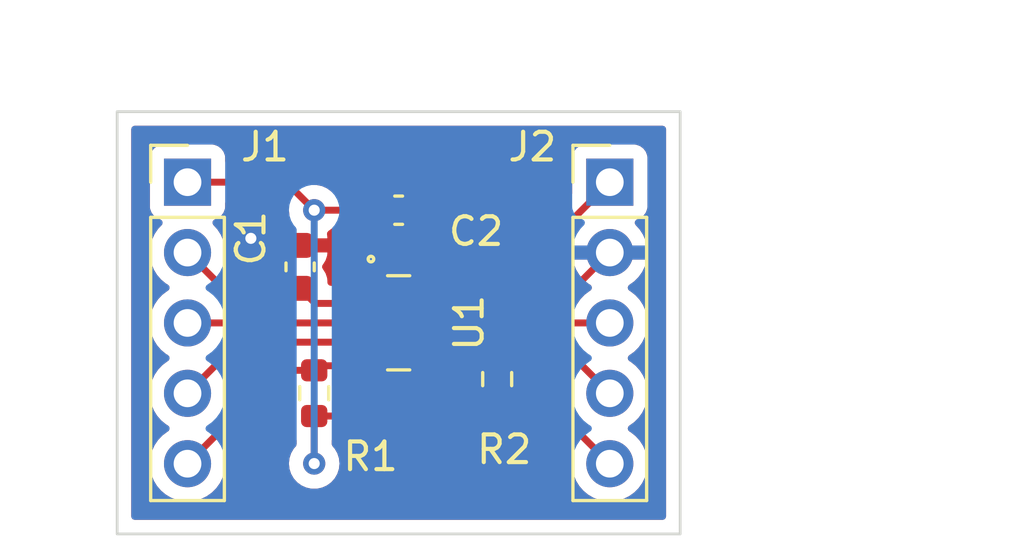
<source format=kicad_pcb>
(kicad_pcb (version 20211014) (generator pcbnew)
  (title_block (title "RX8901AB Breakout Board") (date "2022-10-29") (rev "1"))
  (layers (0 "F.Cu" signal) (31 "B.Cu" signal) (34 "B.Paste" user) (35 "F.Paste" user) (36 "B.SilkS" user "B.Silkscreen") (37 "F.SilkS" user "F.Silkscreen") (38 "B.Mask" user) (39 "F.Mask" user) (44 "Edge.Cuts" user))
  (net 0 "")
  (net 1 "GND")
  (net 2 "Net-(C1-Pad2)")
  (net 3 "+3.3V")
  (net 4 "Net-(J1-Pad3)")
  (net 5 "Net-(J1-Pad4)")
  (net 6 "Net-(J1-Pad5)")
  (net 7 "Net-(J2-Pad1)")
  (net 8 "Net-(J2-Pad3)")
  (net 9 "Net-(J2-Pad4)")
  (net 10 "Net-(J2-Pad5)")
  (footprint "Capacitor_SMD:C_0603_1608Metric" (layer "F.Cu") (at 144.78 89.916 180)
    (fp_text reference "C2" (at -2.794 -0.762) (layer "F.SilkS"))
    (fp_text value "0.1uF")
    (fp_line (start -0.14058 0.51) (end 0.14058 0.51) (layer "F.SilkS") (width 0.12))
    (fp_line (start -0.14058 -0.51) (end 0.14058 -0.51) (layer "F.SilkS") (width 0.12))
    (pad "1" smd roundrect (at -0.775 0 180) (size 0.9 0.95) (layers "F.Cu" "F.Paste" "F.Mask") (net 1 "GND"))
    (pad "2" smd roundrect (at 0.775 0 180) (size 0.9 0.95) (layers "F.Cu" "F.Paste" "F.Mask") (net 3 "+3.3V"))
  )
  (footprint "Resistor_SMD:R_0603_1608Metric" (layer "F.Cu") (at 141.732 96.52 -90)
    (fp_text reference "R1" (at 2.286 -2.032) (layer "F.SilkS"))
    (fp_text value "4K7")
    (fp_line (start -0.237258 -0.5225) (end 0.237258 -0.5225) (layer "F.SilkS") (width 0.12))
    (fp_line (start -0.237258 0.5225) (end 0.237258 0.5225) (layer "F.SilkS") (width 0.12))
    (pad "1" smd roundrect (at -0.825 0 270) (size 0.8 0.95) (layers "F.Cu" "F.Paste" "F.Mask") (net 6 "Net-(J1-Pad5)"))
    (pad "2" smd roundrect (at 0.825 0 270) (size 0.8 0.95) (layers "F.Cu" "F.Paste" "F.Mask") (net 3 "+3.3V"))
  )
  (footprint "Connector_PinHeader_2.54mm:PinHeader_1x05_P2.54mm_Vertical" (layer "F.Cu") (at 137.16 88.905)
    (fp_text reference "J1" (at 2.794 -1.275) (layer "F.SilkS"))
    (fp_text value "Conn_01x05_Male")
    (fp_line (start -1.33 0) (end -1.33 -1.33) (layer "F.SilkS") (width 0.12))
    (fp_line (start -1.33 1.27) (end 1.33 1.27) (layer "F.SilkS") (width 0.12))
    (fp_line (start -1.33 1.27) (end -1.33 11.49) (layer "F.SilkS") (width 0.12))
    (fp_line (start -1.33 -1.33) (end 0 -1.33) (layer "F.SilkS") (width 0.12))
    (fp_line (start 1.33 1.27) (end 1.33 11.49) (layer "F.SilkS") (width 0.12))
    (fp_line (start -1.33 11.49) (end 1.33 11.49) (layer "F.SilkS") (width 0.12))
    (pad "1" thru_hole rect (at 0 0) (size 1.7 1.7) (drill 1) (layers *.Cu *.Mask) (net 3 "+3.3V"))
    (pad "2" thru_hole oval (at 0 2.54) (size 1.7 1.7) (drill 1) (layers *.Cu *.Mask) (net 2 "Net-(C1-Pad2)"))
    (pad "3" thru_hole oval (at 0 5.08) (size 1.7 1.7) (drill 1) (layers *.Cu *.Mask) (net 4 "Net-(J1-Pad3)"))
    (pad "4" thru_hole oval (at 0 7.62) (size 1.7 1.7) (drill 1) (layers *.Cu *.Mask) (net 5 "Net-(J1-Pad4)"))
    (pad "5" thru_hole oval (at 0 10.16) (size 1.7 1.7) (drill 1) (layers *.Cu *.Mask) (net 6 "Net-(J1-Pad5)"))
  )
  (footprint "Capacitor_SMD:C_0603_1608Metric" (layer "F.Cu") (at 141.224 91.961 -90)
    (fp_text reference "C1" (at -1.029 1.778 90) (layer "F.SilkS"))
    (fp_text value "1uF")
    (fp_line (start -0.14058 -0.51) (end 0.14058 -0.51) (layer "F.SilkS") (width 0.12))
    (fp_line (start -0.14058 0.51) (end 0.14058 0.51) (layer "F.SilkS") (width 0.12))
    (pad "1" smd roundrect (at -0.775 0 270) (size 0.9 0.95) (layers "F.Cu" "F.Paste" "F.Mask") (net 1 "GND"))
    (pad "2" smd roundrect (at 0.775 0 270) (size 0.9 0.95) (layers "F.Cu" "F.Paste" "F.Mask") (net 2 "Net-(C1-Pad2)"))
  )
  (footprint "Connector_PinHeader_2.54mm:PinHeader_1x05_P2.54mm_Vertical" (layer "F.Cu") (at 152.4 88.905)
    (fp_text reference "J2" (at -2.794 -1.275) (layer "F.SilkS"))
    (fp_text value "Conn_01x05_Male")
    (fp_line (start -1.33 -1.33) (end 0 -1.33) (layer "F.SilkS") (width 0.12))
    (fp_line (start -1.33 11.49) (end 1.33 11.49) (layer "F.SilkS") (width 0.12))
    (fp_line (start -1.33 1.27) (end 1.33 1.27) (layer "F.SilkS") (width 0.12))
    (fp_line (start -1.33 0) (end -1.33 -1.33) (layer "F.SilkS") (width 0.12))
    (fp_line (start -1.33 1.27) (end -1.33 11.49) (layer "F.SilkS") (width 0.12))
    (fp_line (start 1.33 1.27) (end 1.33 11.49) (layer "F.SilkS") (width 0.12))
    (pad "1" thru_hole rect (at 0 0) (size 1.7 1.7) (drill 1) (layers *.Cu *.Mask) (net 7 "Net-(J2-Pad1)"))
    (pad "2" thru_hole oval (at 0 2.54) (size 1.7 1.7) (drill 1) (layers *.Cu *.Mask) (net 1 "GND"))
    (pad "3" thru_hole oval (at 0 5.08) (size 1.7 1.7) (drill 1) (layers *.Cu *.Mask) (net 8 "Net-(J2-Pad3)"))
    (pad "4" thru_hole oval (at 0 7.62) (size 1.7 1.7) (drill 1) (layers *.Cu *.Mask) (net 9 "Net-(J2-Pad4)"))
    (pad "5" thru_hole oval (at 0 10.16) (size 1.7 1.7) (drill 1) (layers *.Cu *.Mask) (net 10 "Net-(J2-Pad5)"))
  )
  (footprint "Resistor_SMD:R_0603_1608Metric" (layer "F.Cu") (at 148.336 96.012 -90)
    (fp_text reference "R2" (at 2.54 -0.254) (layer "F.SilkS"))
    (fp_text value "4K7")
    (fp_line (start -0.237258 0.5225) (end 0.237258 0.5225) (layer "F.SilkS") (width 0.12))
    (fp_line (start -0.237258 -0.5225) (end 0.237258 -0.5225) (layer "F.SilkS") (width 0.12))
    (pad "1" smd roundrect (at -0.825 0 270) (size 0.8 0.95) (layers "F.Cu" "F.Paste" "F.Mask") (net 9 "Net-(J2-Pad4)"))
    (pad "2" smd roundrect (at 0.825 0 270) (size 0.8 0.95) (layers "F.Cu" "F.Paste" "F.Mask") (net 3 "+3.3V"))
  )
  (footprint "Timer_rtc_rx8901ce:RX8901CE" (layer "F.Cu") (at 144.78 93.98)
    (fp_text reference "U1" (at 2.54 0 90 unlocked) (layer "F.SilkS"))
    (fp_text value "RX8901CE-AB")
    (fp_line (start -0.4 -1.7) (end 0.4 -1.7) (layer "F.SilkS") (width 0.12))
    (fp_line (start -0.4 1.7) (end 0.4 1.7) (layer "F.SilkS") (width 0.12))
    (fp_circle (center -1 -2.3) (end -0.9 -2.3) (layer "F.SilkS") (width 0.12) (fill none))
    (pad "1" smd roundrect (at -1 -1.55) (size 0.9 0.7) (layers "F.Cu" "F.Paste" "F.Mask") (net 3 "+3.3V"))
    (pad "2" smd roundrect (at -1 -0.7) (size 0.9 0.4) (layers "F.Cu" "F.Paste" "F.Mask") (net 2 "Net-(C1-Pad2)"))
    (pad "3" smd roundrect (at -1 0) (size 0.9 0.4) (layers "F.Cu" "F.Paste" "F.Mask") (net 4 "Net-(J1-Pad3)"))
    (pad "4" smd roundrect (at -1 0.7) (size 0.9 0.4) (layers "F.Cu" "F.Paste" "F.Mask") (net 5 "Net-(J1-Pad4)"))
    (pad "5" smd roundrect (at -1 1.55) (size 0.9 0.7) (layers "F.Cu" "F.Paste" "F.Mask") (net 6 "Net-(J1-Pad5)"))
    (pad "6" smd roundrect (at 1 1.55) (size 0.9 0.7) (layers "F.Cu" "F.Paste" "F.Mask") (net 10 "Net-(J2-Pad5)"))
    (pad "7" smd roundrect (at 1 0.7) (size 0.9 0.4) (layers "F.Cu" "F.Paste" "F.Mask") (net 9 "Net-(J2-Pad4)"))
    (pad "8" smd roundrect (at 1 0) (size 0.9 0.4) (layers "F.Cu" "F.Paste" "F.Mask") (net 8 "Net-(J2-Pad3)"))
    (pad "9" smd roundrect (at 1 -0.7) (size 0.9 0.4) (layers "F.Cu" "F.Paste" "F.Mask") (net 1 "GND"))
    (pad "10" smd roundrect (at 1 -1.55) (size 0.9 0.7) (layers "F.Cu" "F.Paste" "F.Mask") (net 7 "Net-(J2-Pad1)"))
  )
  (gr_rect (start 134.62 86.36) (end 154.94 101.6) (layer "Edge.Cuts") (width 0.1) (fill none))
  (segment (start 150.565 93.28) (end 152.4 91.445) (width 0.25) (layer "F.Cu") (net 1))
  (segment (start 141.224 91.186) (end 139.7 91.186) (width 0.25) (layer "F.Cu") (net 1))
  (segment (start 145.78 93.28) (end 150.565 93.28) (width 0.25) (layer "F.Cu") (net 1))
  (segment (start 139.7 91.186) (end 139.446 90.932) (width 0.25) (layer "F.Cu") (net 1))
  (via (at 139.446 90.932) (size 0.8) (drill 0.4) (layers "F.Cu" "B.Cu") (net 1))
  (segment (start 143.78 93.28) (end 141.768 93.28) (width 0.25) (layer "F.Cu") (net 2))
  (segment (start 141.768 93.28) (end 141.224 92.736) (width 0.25) (layer "F.Cu") (net 2))
  (segment (start 141.224 92.736) (end 138.451 92.736) (width 0.25) (layer "F.Cu") (net 2))
  (segment (start 138.451 92.736) (end 137.16 91.445) (width 0.25) (layer "F.Cu") (net 2))
  (segment (start 147.32 97.345) (end 141.732 97.345) (width 0.25) (layer "F.Cu") (net 3))
  (segment (start 144.005 89.916) (end 144.005 92.205) (width 0.25) (layer "F.Cu") (net 3))
  (segment (start 141.732 89.916) (end 140.721 88.905) (width 0.25) (layer "F.Cu") (net 3))
  (segment (start 148.336 96.837) (end 147.828 96.837) (width 0.25) (layer "F.Cu") (net 3))
  (segment (start 140.721 88.905) (end 137.16 88.905) (width 0.25) (layer "F.Cu") (net 3))
  (segment (start 144.005 89.916) (end 141.732 89.916) (width 0.25) (layer "F.Cu") (net 3))
  (segment (start 144.005 92.205) (end 143.78 92.43) (width 0.25) (layer "F.Cu") (net 3))
  (segment (start 141.732 99.06) (end 141.732 97.345) (width 0.25) (layer "F.Cu") (net 3))
  (segment (start 147.828 96.837) (end 147.32 97.345) (width 0.25) (layer "F.Cu") (net 3))
  (via (at 141.732 89.916) (size 0.8) (drill 0.4) (layers "F.Cu" "B.Cu") (net 3))
  (via (at 141.732 99.06) (size 0.8) (drill 0.4) (layers "F.Cu" "B.Cu") (net 3))
  (segment (start 141.732 89.916) (end 141.732 99.06) (width 0.25) (layer "B.Cu") (net 3))
  (segment (start 143.775 93.985) (end 137.16 93.985) (width 0.25) (layer "F.Cu") (net 4))
  (segment (start 143.78 93.98) (end 143.775 93.985) (width 0.25) (layer "F.Cu") (net 4))
  (segment (start 139.005 94.68) (end 137.16 96.525) (width 0.25) (layer "F.Cu") (net 5))
  (segment (start 143.78 94.68) (end 139.005 94.68) (width 0.25) (layer "F.Cu") (net 5))
  (segment (start 141.897 95.53) (end 141.732 95.695) (width 0.25) (layer "F.Cu") (net 6))
  (segment (start 141.732 95.695) (end 140.53 95.695) (width 0.25) (layer "F.Cu") (net 6))
  (segment (start 140.53 95.695) (end 137.16 99.065) (width 0.25) (layer "F.Cu") (net 6))
  (segment (start 143.78 95.53) (end 141.897 95.53) (width 0.25) (layer "F.Cu") (net 6))
  (segment (start 148.875 92.43) (end 152.4 88.905) (width 0.25) (layer "F.Cu") (net 7))
  (segment (start 145.78 92.43) (end 148.875 92.43) (width 0.25) (layer "F.Cu") (net 7))
  (segment (start 145.78 93.98) (end 145.785 93.985) (width 0.25) (layer "F.Cu") (net 8))
  (segment (start 145.785 93.985) (end 152.4 93.985) (width 0.25) (layer "F.Cu") (net 8))
  (segment (start 148.336 95.187) (end 151.062 95.187) (width 0.25) (layer "F.Cu") (net 9))
  (segment (start 145.78 94.68) (end 147.829 94.68) (width 0.25) (layer "F.Cu") (net 9))
  (segment (start 147.829 94.68) (end 148.336 95.187) (width 0.25) (layer "F.Cu") (net 9))
  (segment (start 151.062 95.187) (end 152.4 96.525) (width 0.25) (layer "F.Cu") (net 9))
  (segment (start 147.346 95.53) (end 147.828 96.012) (width 0.25) (layer "F.Cu") (net 10))
  (segment (start 145.78 95.53) (end 147.346 95.53) (width 0.25) (layer "F.Cu") (net 10))
  (segment (start 149.352 96.012) (end 149.352 96.017) (width 0.25) (layer "F.Cu") (net 10))
  (segment (start 149.352 96.017) (end 152.4 99.065) (width 0.25) (layer "F.Cu") (net 10))
  (segment (start 147.828 96.012) (end 149.352 96.012) (width 0.25) (layer "F.Cu") (net 10))
  (zone (net 1) (net_name "GND") (layer "F.Cu") (connect_pads (clearance 0.508)) (min_thickness 0.254) (fill yes (thermal_gap 0.508) (thermal_bridge_width 0.508))
    (polygon (pts (xy 154.94 101.6) (xy 134.62 101.6) (xy 134.62 86.36) (xy 154.94 86.36)))
  )
  (zone (net 1) (net_name "GND") (layer "B.Cu") (connect_pads (clearance 0.508)) (min_thickness 0.254) (fill yes (thermal_gap 0.508) (thermal_bridge_width 0.508))
    (polygon (pts (xy 154.94 101.6) (xy 134.62 101.6) (xy 134.62 86.36) (xy 154.94 86.36)))
  )
)
</source>
